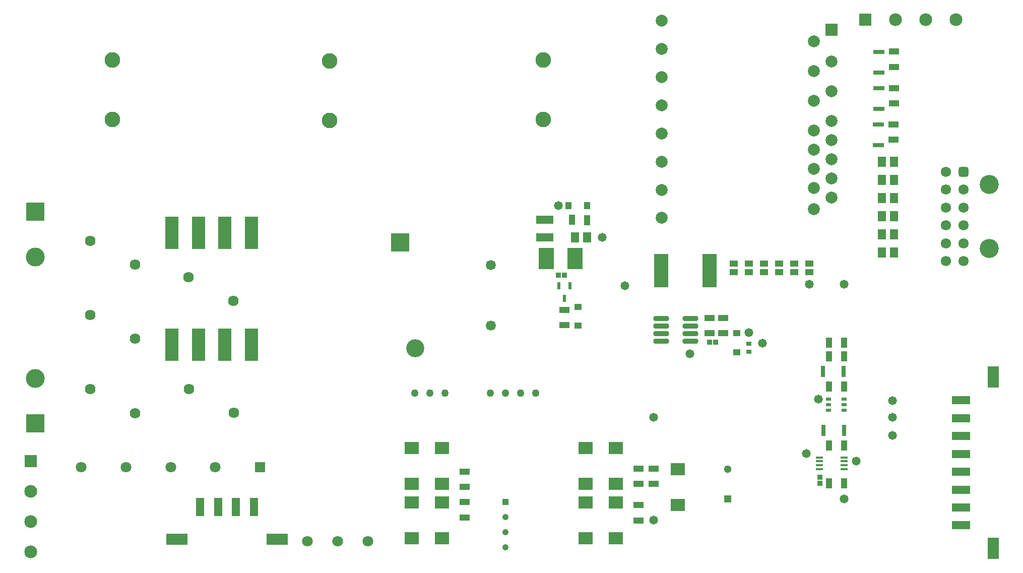
<source format=gts>
G04*
G04 #@! TF.GenerationSoftware,Altium Limited,Altium Designer,24.10.1 (45)*
G04*
G04 Layer_Color=8388736*
%FSLAX44Y44*%
%MOMM*%
G71*
G04*
G04 #@! TF.SameCoordinates,05503BBC-DAE6-461F-9388-7E2EE6D9866D*
G04*
G04*
G04 #@! TF.FilePolarity,Negative*
G04*
G01*
G75*
%ADD25R,1.3562X1.0546*%
%ADD28R,1.1055X1.6582*%
%ADD30R,0.5588X1.2192*%
%ADD32R,1.6582X1.1055*%
%ADD34R,0.8121X0.6587*%
%ADD36R,1.9062X0.7562*%
%ADD37R,2.3300X1.9900*%
%ADD38R,2.4892X5.5880*%
%ADD39R,0.7562X1.9062*%
%ADD41R,2.3022X5.4031*%
%ADD44R,0.8763X0.5080*%
%ADD45R,1.2565X0.4180*%
G04:AMPARAMS|DCode=46|XSize=1.2565mm|YSize=0.418mm|CornerRadius=0.209mm|HoleSize=0mm|Usage=FLASHONLY|Rotation=180.000|XOffset=0mm|YOffset=0mm|HoleType=Round|Shape=RoundedRectangle|*
%AMROUNDEDRECTD46*
21,1,1.2565,0.0000,0,0,180.0*
21,1,0.8385,0.4180,0,0,180.0*
1,1,0.4180,-0.4193,0.0000*
1,1,0.4180,0.4193,0.0000*
1,1,0.4180,0.4193,0.0000*
1,1,0.4180,-0.4193,0.0000*
%
%ADD46ROUNDEDRECTD46*%
%ADD47R,1.4532X1.7532*%
%ADD48R,3.6332X1.8532*%
%ADD49R,1.4732X3.1232*%
%ADD50R,3.1232X1.4732*%
%ADD51R,1.8532X3.6332*%
%ADD52R,2.9032X1.4032*%
%ADD53R,0.8532X0.8532*%
%ADD54R,1.1532X1.1032*%
%ADD55R,0.8532X0.8532*%
%ADD56R,1.1032X1.1532*%
%ADD57R,2.6632X3.6232*%
%ADD58O,2.7032X0.9032*%
%ADD59R,1.8034X1.8034*%
%ADD60C,1.8034*%
%ADD61C,3.2032*%
%ADD62C,1.7232*%
G04:AMPARAMS|DCode=63|XSize=1.7232mm|YSize=1.7232mm|CornerRadius=0.4816mm|HoleSize=0mm|Usage=FLASHONLY|Rotation=90.000|XOffset=0mm|YOffset=0mm|HoleType=Round|Shape=RoundedRectangle|*
%AMROUNDEDRECTD63*
21,1,1.7232,0.7600,0,0,90.0*
21,1,0.7600,1.7232,0,0,90.0*
1,1,0.9632,0.3800,0.3800*
1,1,0.9632,0.3800,-0.3800*
1,1,0.9632,-0.3800,-0.3800*
1,1,0.9632,-0.3800,0.3800*
%
%ADD63ROUNDEDRECTD63*%
%ADD64C,1.6900*%
%ADD65C,3.0300*%
%ADD66R,3.1600X3.1600*%
%ADD67C,2.6162*%
%ADD68C,2.0032*%
%ADD69R,2.0032X2.0032*%
%ADD70C,1.2700*%
%ADD71C,1.0668*%
%ADD72R,1.0668X1.0668*%
%ADD73R,2.1532X2.1532*%
%ADD74C,2.1532*%
%ADD75R,2.1532X2.1532*%
%ADD76C,3.1732*%
%ADD77R,3.1732X3.1732*%
%ADD78C,1.7932*%
%ADD79C,1.3000*%
%ADD80R,1.3000X1.3000*%
%ADD81C,1.4732*%
D25*
X1584548Y771798D02*
D03*
Y757282D02*
D03*
X1533748Y771436D02*
D03*
Y756920D02*
D03*
X1559148Y771436D02*
D03*
Y756920D02*
D03*
X1483360Y771774D02*
D03*
Y757259D02*
D03*
X1609948Y771798D02*
D03*
Y757282D02*
D03*
X1508348Y771798D02*
D03*
Y757282D02*
D03*
D28*
X1236980Y844804D02*
D03*
X1211453Y845058D02*
D03*
X1668465Y402570D02*
D03*
X1642938D02*
D03*
X1668529Y565130D02*
D03*
X1643002D02*
D03*
X1668465Y466070D02*
D03*
X1642938D02*
D03*
X1668592Y638790D02*
D03*
X1643065D02*
D03*
X1668465Y615930D02*
D03*
X1642938D02*
D03*
D30*
X1198880Y713232D02*
D03*
X1189355Y734568D02*
D03*
X1208405D02*
D03*
D32*
X1442340Y654598D02*
D03*
Y680125D02*
D03*
X1465200Y654661D02*
D03*
Y680188D02*
D03*
X1751971Y1005303D02*
D03*
Y979776D02*
D03*
X1348740Y401320D02*
D03*
Y426847D02*
D03*
X1323340Y340297D02*
D03*
Y365824D02*
D03*
Y426847D02*
D03*
Y401320D02*
D03*
X1752680Y1127760D02*
D03*
Y1102233D02*
D03*
Y1066334D02*
D03*
Y1040807D02*
D03*
X1198880Y668020D02*
D03*
Y693547D02*
D03*
X1031240Y421767D02*
D03*
Y396240D02*
D03*
Y345313D02*
D03*
Y370840D02*
D03*
D34*
X1508362Y623461D02*
D03*
Y636996D02*
D03*
D36*
X1726571Y970803D02*
D03*
Y1005303D02*
D03*
X1727280Y1092730D02*
D03*
Y1127230D02*
D03*
Y1031770D02*
D03*
Y1066270D02*
D03*
D37*
X1234440Y461520D02*
D03*
Y401320D02*
D03*
Y309880D02*
D03*
Y370080D02*
D03*
X1285240Y309880D02*
D03*
Y370080D02*
D03*
Y461520D02*
D03*
Y401320D02*
D03*
X1389380Y366140D02*
D03*
Y426340D02*
D03*
X942340Y461520D02*
D03*
Y401320D02*
D03*
X993140Y461520D02*
D03*
Y401320D02*
D03*
X942340Y310261D02*
D03*
Y370461D02*
D03*
X993140Y310260D02*
D03*
Y370460D02*
D03*
D38*
X1442974Y759460D02*
D03*
X1361186D02*
D03*
D39*
X1633435Y590530D02*
D03*
X1667935D02*
D03*
X1633965Y491470D02*
D03*
X1668465D02*
D03*
D41*
X584200Y822960D02*
D03*
X539191D02*
D03*
X673100Y635000D02*
D03*
X628091D02*
D03*
X539191D02*
D03*
X584200D02*
D03*
X673100Y822960D02*
D03*
X628091D02*
D03*
D44*
X1668910Y525150D02*
D03*
Y534650D02*
D03*
Y544150D02*
D03*
X1642621D02*
D03*
Y534650D02*
D03*
Y525150D02*
D03*
D45*
X1668465Y426550D02*
D03*
D46*
Y433050D02*
D03*
Y439551D02*
D03*
Y446050D02*
D03*
X1627448D02*
D03*
Y439551D02*
D03*
Y433050D02*
D03*
Y426550D02*
D03*
D47*
X1752690Y850900D02*
D03*
X1732190D02*
D03*
X1732100Y911860D02*
D03*
X1752600D02*
D03*
X1732190Y881380D02*
D03*
X1752690D02*
D03*
X1732110Y942340D02*
D03*
X1752610D02*
D03*
X1732190Y820420D02*
D03*
X1752690D02*
D03*
X1732190Y789940D02*
D03*
X1752690D02*
D03*
X1216480Y815340D02*
D03*
X1236980D02*
D03*
D48*
X547997Y308464D02*
D03*
X715897D02*
D03*
D49*
X646947Y363164D02*
D03*
X676947D02*
D03*
X616947D02*
D03*
X586947D02*
D03*
D50*
X1864760Y331880D02*
D03*
Y361880D02*
D03*
Y421880D02*
D03*
Y481880D02*
D03*
Y541880D02*
D03*
Y511880D02*
D03*
Y451880D02*
D03*
Y391880D02*
D03*
D51*
X1919460Y580830D02*
D03*
Y292930D02*
D03*
D52*
X1165860Y845080D02*
D03*
Y816080D02*
D03*
D53*
X1188880Y751840D02*
D03*
X1198880D02*
D03*
X1442420Y639548D02*
D03*
X1452420D02*
D03*
D54*
X1488042Y654451D02*
D03*
Y622951D02*
D03*
X1221740Y699010D02*
D03*
Y667510D02*
D03*
D55*
X1627825Y412570D02*
D03*
Y402570D02*
D03*
D56*
X1236980Y868680D02*
D03*
X1205480D02*
D03*
D57*
X1216660Y779780D02*
D03*
X1168160D02*
D03*
D58*
X1410728Y641660D02*
D03*
Y654360D02*
D03*
Y667060D02*
D03*
Y679760D02*
D03*
X1361729Y641660D02*
D03*
Y654360D02*
D03*
Y667060D02*
D03*
Y679760D02*
D03*
D59*
X687280Y429260D02*
D03*
D60*
X612280D02*
D03*
X537280D02*
D03*
X462280D02*
D03*
X387280D02*
D03*
X767080Y304800D02*
D03*
X817880D02*
D03*
X868680D02*
D03*
D61*
X1912620Y904240D02*
D03*
Y797440D02*
D03*
D62*
X1869620Y865840D02*
D03*
Y895840D02*
D03*
Y835840D02*
D03*
Y805840D02*
D03*
Y775840D02*
D03*
X1839620Y925840D02*
D03*
Y895840D02*
D03*
Y865840D02*
D03*
Y835840D02*
D03*
Y805840D02*
D03*
Y775840D02*
D03*
D63*
X1869620Y925840D02*
D03*
D64*
X1074957Y768991D02*
D03*
Y667391D02*
D03*
D65*
X947957Y629291D02*
D03*
D66*
X922557Y807091D02*
D03*
D67*
X1163320Y1013460D02*
D03*
Y1113460D02*
D03*
X439420D02*
D03*
Y1013460D02*
D03*
X804551Y1111983D02*
D03*
Y1011983D02*
D03*
D68*
X1361831Y1179433D02*
D03*
Y1132133D02*
D03*
Y1084833D02*
D03*
Y1037533D02*
D03*
Y990233D02*
D03*
Y942933D02*
D03*
Y895633D02*
D03*
Y848333D02*
D03*
X1617831Y862883D02*
D03*
X1647831Y882883D02*
D03*
X1617831Y898883D02*
D03*
X1647831Y914883D02*
D03*
X1617831Y930883D02*
D03*
X1647831Y946883D02*
D03*
X1617831Y962883D02*
D03*
X1647831Y978883D02*
D03*
X1617831Y994883D02*
D03*
X1647831Y1010883D02*
D03*
X1617831Y1044883D02*
D03*
X1647831Y1060883D02*
D03*
X1617831Y1094883D02*
D03*
X1647831Y1110883D02*
D03*
X1617831Y1144883D02*
D03*
D69*
X1647831Y1164883D02*
D03*
D70*
X1150620Y553720D02*
D03*
X1125220D02*
D03*
X1099820D02*
D03*
X1074420D02*
D03*
X998220D02*
D03*
X972820D02*
D03*
X947420D02*
D03*
D71*
X1099820Y294640D02*
D03*
Y320040D02*
D03*
Y345440D02*
D03*
D72*
Y370840D02*
D03*
D73*
X302260Y439420D02*
D03*
D74*
Y388620D02*
D03*
Y337820D02*
D03*
Y287020D02*
D03*
X1856740Y1181100D02*
D03*
X1805940D02*
D03*
X1755140D02*
D03*
D75*
X1704340D02*
D03*
D76*
X309880Y578920D02*
D03*
Y783028D02*
D03*
D77*
Y502920D02*
D03*
Y859028D02*
D03*
D78*
X477520Y769620D02*
D03*
X402520Y809620D02*
D03*
Y685160D02*
D03*
X477520Y645160D02*
D03*
X568331Y560803D02*
D03*
X643331Y520803D02*
D03*
X402083Y560600D02*
D03*
X477083Y520600D02*
D03*
X642620Y708660D02*
D03*
X567620Y748660D02*
D03*
D79*
X1473200Y426320D02*
D03*
D80*
Y376320D02*
D03*
D81*
X1300480Y734060D02*
D03*
X1262380Y815340D02*
D03*
X1605280Y452120D02*
D03*
X1625600Y543560D02*
D03*
X1610360Y736600D02*
D03*
X1668780D02*
D03*
X1689100Y439420D02*
D03*
X1508760Y655320D02*
D03*
X1531620Y637540D02*
D03*
X1750060Y482600D02*
D03*
Y513080D02*
D03*
Y541020D02*
D03*
X1668780Y375920D02*
D03*
X1348740Y513080D02*
D03*
X1409700Y619760D02*
D03*
X1188720Y868680D02*
D03*
X1348740Y340360D02*
D03*
M02*

</source>
